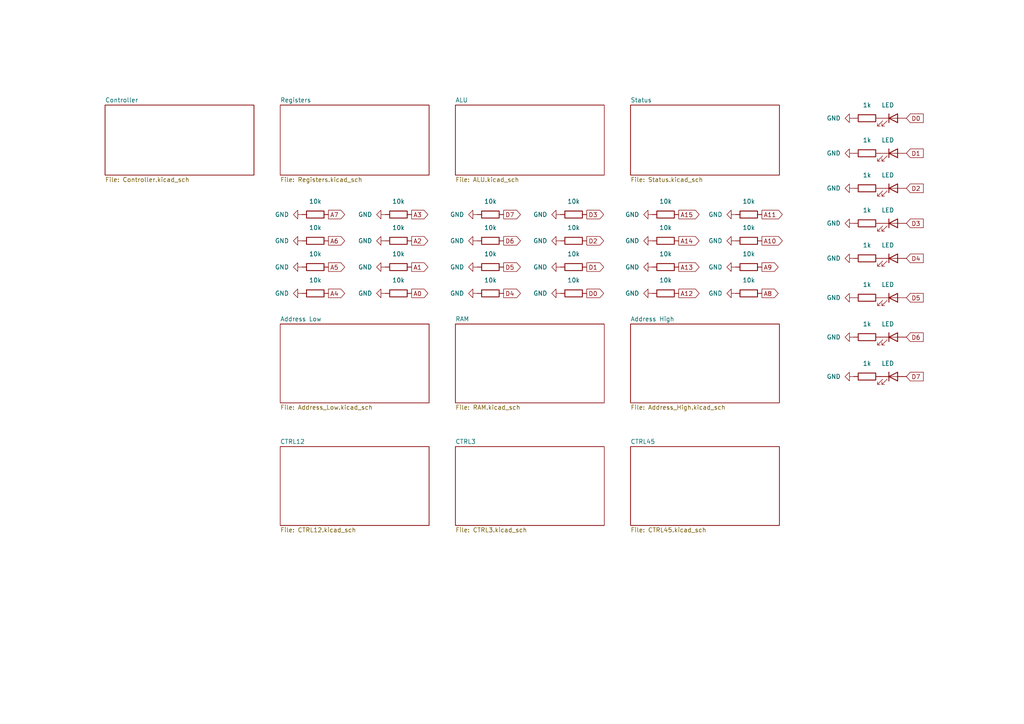
<source format=kicad_sch>
(kicad_sch (version 20211123) (generator eeschema)
  (paper "A4")
  (lib_symbols
    (symbol "Device:LED" (pin_numbers hide) (pin_names (offset 1.016) hide)
      (property "Reference" "D" (at 0 2.54 0))
      (property "Value" "LED" (at 0 -2.54 0))
      (symbol "LED_0_1"
        (polyline (pts (xy -1.27 -1.27) (xy -1.27 1.27)) (stroke (width 0.254)))
        (polyline (pts (xy -1.27 0) (xy 1.27 0)))
        (polyline (pts (xy 1.27 -1.27) (xy 1.27 1.27) (xy -1.27 0) (xy 1.27 -1.27)) (stroke (width 0.254)))
        (polyline (pts (xy -3.048 -0.762) (xy -4.572 -2.286) (xy -3.81 -2.286) (xy -4.572 -2.286) (xy -4.572 -1.524)))
        (polyline (pts (xy -1.778 -0.762) (xy -3.302 -2.286) (xy -2.54 -2.286) (xy -3.302 -2.286) (xy -3.302 -1.524)))
      )
      (symbol "LED_1_1"
        (pin passive line (at -3.81 0 0) (length 2.54) (name "K") (number "1"))
        (pin passive line (at 3.81 0 180) (length 2.54) (name "A") (number "2"))
      )
    )
    (symbol "Device:R" (pin_numbers hide) (pin_names (offset 0))
      (property "Reference" "R" (at 2.032 0 90))
      (property "Value" "R" (at 0 0 90))
      (symbol "R_0_1"
        (rectangle (start -1.016 -2.54) (end 1.016 2.54) (stroke (width 0.254)))
      )
      (symbol "R_1_1"
        (pin passive line (at 0 3.81 270) (length 1.27) (name "~") (number "1"))
        (pin passive line (at 0 -3.81 90) (length 1.27) (name "~") (number "2"))
      )
    )
    (symbol "power:GND" (power) (pin_names (offset 0))
      (property "Value" "GND" (at 0 -3.81 0))
      (symbol "GND_0_1"
        (polyline (pts (xy 0 0) (xy 0 -1.27) (xy 1.27 -1.27) (xy 0 -2.54) (xy -1.27 -1.27) (xy 0 -1.27)))
      )
      (symbol "GND_1_1"
        (pin power_in line (at 0 0 270) (length 0) hide (name "GND") (number "1"))
      )
    )
  )
  (global_label "D2" (shape output) (at 170.18 69.85 0) (property "Intersheet References" "${INTERSHEET_REFS}" (effects hide)))
  (global_label "D6" (shape input) (at 262.89 97.79 0) (property "Intersheet References" "${INTERSHEET_REFS}" (effects hide)))
  (global_label "A12" (shape output) (at 196.85 85.09 0) (property "Intersheet References" "${INTERSHEET_REFS}" (effects hide)))
  (global_label "D3" (shape output) (at 170.18 62.23 0) (property "Intersheet References" "${INTERSHEET_REFS}" (effects hide)))
  (global_label "D3" (shape input) (at 262.89 64.77 0) (property "Intersheet References" "${INTERSHEET_REFS}" (effects hide)))
  (global_label "A13" (shape output) (at 196.85 77.47 0) (property "Intersheet References" "${INTERSHEET_REFS}" (effects hide)))
  (global_label "A15" (shape output) (at 196.85 62.23 0) (property "Intersheet References" "${INTERSHEET_REFS}" (effects hide)))
  (global_label "A4" (shape output) (at 95.25 85.09 0) (property "Intersheet References" "${INTERSHEET_REFS}" (effects hide)))
  (global_label "A8" (shape output) (at 220.98 85.09 0) (property "Intersheet References" "${INTERSHEET_REFS}" (effects hide)))
  (global_label "A1" (shape output) (at 119.38 77.47 0) (property "Intersheet References" "${INTERSHEET_REFS}" (effects hide)))
  (global_label "A0" (shape output) (at 119.38 85.09 0) (property "Intersheet References" "${INTERSHEET_REFS}" (effects hide)))
  (global_label "A2" (shape output) (at 119.38 69.85 0) (property "Intersheet References" "${INTERSHEET_REFS}" (effects hide)))
  (global_label "A5" (shape output) (at 95.25 77.47 0) (property "Intersheet References" "${INTERSHEET_REFS}" (effects hide)))
  (global_label "A6" (shape output) (at 95.25 69.85 0) (property "Intersheet References" "${INTERSHEET_REFS}" (effects hide)))
  (global_label "A10" (shape output) (at 220.98 69.85 0) (property "Intersheet References" "${INTERSHEET_REFS}" (effects hide)))
  (global_label "D7" (shape input) (at 262.89 109.22 0) (property "Intersheet References" "${INTERSHEET_REFS}" (effects hide)))
  (global_label "D5" (shape input) (at 262.89 86.36 0) (property "Intersheet References" "${INTERSHEET_REFS}" (effects hide)))
  (global_label "D0" (shape input) (at 262.89 34.29 0) (property "Intersheet References" "${INTERSHEET_REFS}" (effects hide)))
  (global_label "D1" (shape input) (at 262.89 44.45 0) (property "Intersheet References" "${INTERSHEET_REFS}" (effects hide)))
  (global_label "D1" (shape output) (at 170.18 77.47 0) (property "Intersheet References" "${INTERSHEET_REFS}" (effects hide)))
  (global_label "D4" (shape input) (at 262.89 74.93 0) (property "Intersheet References" "${INTERSHEET_REFS}" (effects hide)))
  (global_label "A3" (shape output) (at 119.38 62.23 0) (property "Intersheet References" "${INTERSHEET_REFS}" (effects hide)))
  (global_label "A7" (shape output) (at 95.25 62.23 0) (property "Intersheet References" "${INTERSHEET_REFS}" (effects hide)))
  (global_label "D0" (shape output) (at 170.18 85.09 0) (property "Intersheet References" "${INTERSHEET_REFS}" (effects hide)))
  (global_label "D5" (shape output) (at 146.05 77.47 0) (property "Intersheet References" "${INTERSHEET_REFS}" (effects hide)))
  (global_label "A9" (shape output) (at 220.98 77.47 0) (property "Intersheet References" "${INTERSHEET_REFS}" (effects hide)))
  (global_label "D6" (shape output) (at 146.05 69.85 0) (property "Intersheet References" "${INTERSHEET_REFS}" (effects hide)))
  (global_label "A11" (shape output) (at 220.98 62.23 0) (property "Intersheet References" "${INTERSHEET_REFS}" (effects hide)))
  (global_label "D4" (shape output) (at 146.05 85.09 0) (property "Intersheet References" "${INTERSHEET_REFS}" (effects hide)))
  (global_label "A14" (shape output) (at 196.85 69.85 0) (property "Intersheet References" "${INTERSHEET_REFS}" (effects hide)))
  (global_label "D2" (shape input) (at 262.89 54.61 0) (property "Intersheet References" "${INTERSHEET_REFS}" (effects hide)))
  (global_label "D7" (shape output) (at 146.05 62.23 0) (property "Intersheet References" "${INTERSHEET_REFS}" (effects hide)))
  (symbol (lib_id "power:GND") (at 87.63 85.09 270) (unit 1)
    (property "Reference" "#PWR0184" (effects hide))
    (property "Value" "GND" (at 83.82 85.0899 90) (effects (justify right)))
  )
  (symbol (lib_id "Device:R") (at 166.37 77.47 270) (unit 1)
    (property "Reference" "RD1" (effects hide))
    (property "Value" "10k" (at 166.37 73.66 90))
  )
  (symbol (lib_id "power:GND") (at 213.36 77.47 270) (unit 1)
    (property "Reference" "#PWR0172" (effects hide))
    (property "Value" "GND" (at 209.55 77.4699 90) (effects (justify right)))
  )
  (symbol (lib_id "power:GND") (at 138.43 77.47 270) (unit 1)
    (property "Reference" "#PWR0191" (effects hide))
    (property "Value" "GND" (at 134.62 77.4699 90) (effects (justify right)))
  )
  (symbol (lib_id "Device:R") (at 91.44 62.23 270) (unit 1)
    (property "Reference" "RA7" (effects hide))
    (property "Value" "10k" (at 91.44 58.42 90))
  )
  (symbol (lib_id "Device:R") (at 115.57 85.09 270) (unit 1)
    (property "Reference" "RA0" (effects hide))
    (property "Value" "10k" (at 115.57 81.28 90))
  )
  (symbol (lib_id "Device:R") (at 115.57 77.47 270) (unit 1)
    (property "Reference" "RA1" (effects hide))
    (property "Value" "10k" (at 115.57 73.66 90))
  )
  (symbol (lib_id "power:GND") (at 189.23 77.47 270) (unit 1)
    (property "Reference" "#PWR0177" (effects hide))
    (property "Value" "GND" (at 185.42 77.4699 90) (effects (justify right)))
  )
  (symbol (lib_id "power:GND") (at 213.36 62.23 270) (unit 1)
    (property "Reference" "#PWR0174" (effects hide))
    (property "Value" "GND" (at 209.55 62.2299 90) (effects (justify right)))
  )
  (symbol (lib_id "Device:LED") (at 259.08 44.45 0) (unit 1)
    (property "Reference" "LEDD1" (effects hide))
    (property "Value" "LED" (at 257.4925 40.64 0))
  )
  (symbol (lib_id "power:GND") (at 162.56 62.23 270) (unit 1)
    (property "Reference" "#PWR0181" (effects hide))
    (property "Value" "GND" (at 158.75 62.2299 90) (effects (justify right)))
  )
  (symbol (lib_id "Device:R") (at 251.46 64.77 270) (unit 1)
    (property "Reference" "RLD3" (effects hide))
    (property "Value" "1k" (at 251.46 60.96 90))
  )
  (symbol (lib_id "Device:R") (at 166.37 62.23 270) (unit 1)
    (property "Reference" "RD3" (effects hide))
    (property "Value" "10k" (at 166.37 58.42 90))
  )
  (symbol (lib_id "Device:R") (at 193.04 62.23 270) (unit 1)
    (property "Reference" "RA15" (effects hide))
    (property "Value" "10k" (at 193.04 58.42 90))
  )
  (symbol (lib_id "Device:R") (at 142.24 69.85 270) (unit 1)
    (property "Reference" "RD6" (effects hide))
    (property "Value" "10k" (at 142.24 66.04 90))
  )
  (symbol (lib_id "power:GND") (at 247.65 44.45 270) (unit 1)
    (property "Reference" "#PWR0143" (effects hide))
    (property "Value" "GND" (at 243.84 44.4499 90) (effects (justify right)))
  )
  (symbol (lib_id "power:GND") (at 247.65 34.29 270) (unit 1)
    (property "Reference" "#PWR0111" (effects hide))
    (property "Value" "GND" (at 243.84 34.2899 90) (effects (justify right)))
  )
  (symbol (lib_id "Device:R") (at 166.37 69.85 270) (unit 1)
    (property "Reference" "RRD2" (effects hide))
    (property "Value" "10k" (at 166.37 66.04 90))
  )
  (symbol (lib_id "Device:LED") (at 259.08 109.22 0) (unit 1)
    (property "Reference" "LEDD7" (effects hide))
    (property "Value" "LED" (at 257.4925 105.41 0))
  )
  (symbol (lib_id "Device:R") (at 217.17 62.23 270) (unit 1)
    (property "Reference" "RA11" (effects hide))
    (property "Value" "10k" (at 217.17 58.42 90))
  )
  (symbol (lib_id "power:GND") (at 247.65 109.22 270) (unit 1)
    (property "Reference" "#PWR0307" (effects hide))
    (property "Value" "GND" (at 243.84 109.2199 90) (effects (justify right)))
  )
  (symbol (lib_id "power:GND") (at 87.63 77.47 270) (unit 1)
    (property "Reference" "#PWR0188" (effects hide))
    (property "Value" "GND" (at 83.82 77.4699 90) (effects (justify right)))
  )
  (symbol (lib_id "Device:R") (at 142.24 85.09 270) (unit 1)
    (property "Reference" "RD4" (effects hide))
    (property "Value" "10k" (at 142.24 81.28 90))
  )
  (symbol (lib_id "Device:R") (at 251.46 34.29 270) (unit 1)
    (property "Reference" "RLD0" (effects hide))
    (property "Value" "1k" (at 251.46 30.48 90))
  )
  (symbol (lib_id "Device:R") (at 251.46 44.45 270) (unit 1)
    (property "Reference" "RLD1" (effects hide))
    (property "Value" "1k" (at 251.46 40.64 90))
  )
  (symbol (lib_id "power:GND") (at 111.76 77.47 270) (unit 1)
    (property "Reference" "#PWR0186" (effects hide))
    (property "Value" "GND" (at 107.95 77.4699 90) (effects (justify right)))
  )
  (symbol (lib_id "power:GND") (at 111.76 85.09 270) (unit 1)
    (property "Reference" "#PWR0185" (effects hide))
    (property "Value" "GND" (at 107.95 85.0899 90) (effects (justify right)))
  )
  (symbol (lib_id "Device:LED") (at 259.08 64.77 0) (unit 1)
    (property "Reference" "LEDD3" (effects hide))
    (property "Value" "LED" (at 257.4925 60.96 0))
  )
  (symbol (lib_id "Device:LED") (at 259.08 34.29 0) (unit 1)
    (property "Reference" "LEDD0" (effects hide))
    (property "Value" "LED" (at 257.4925 30.48 0))
  )
  (symbol (lib_id "Device:LED") (at 259.08 86.36 0) (unit 1)
    (property "Reference" "LEDD5" (effects hide))
    (property "Value" "LED" (at 257.4925 82.55 0))
  )
  (symbol (lib_id "Device:R") (at 217.17 85.09 270) (unit 1)
    (property "Reference" "RA8" (effects hide))
    (property "Value" "10k" (at 217.17 81.28 90))
  )
  (symbol (lib_id "Device:R") (at 142.24 62.23 270) (unit 1)
    (property "Reference" "RD7" (effects hide))
    (property "Value" "10k" (at 142.24 58.42 90))
  )
  (symbol (lib_id "power:GND") (at 138.43 85.09 270) (unit 1)
    (property "Reference" "#PWR0190" (effects hide))
    (property "Value" "GND" (at 134.62 85.0899 90) (effects (justify right)))
  )
  (symbol (lib_id "Device:LED") (at 259.08 97.79 0) (unit 1)
    (property "Reference" "LEDD6" (effects hide))
    (property "Value" "LED" (at 257.4925 93.98 0))
  )
  (symbol (lib_id "Device:R") (at 166.37 85.09 270) (unit 1)
    (property "Reference" "RD0" (effects hide))
    (property "Value" "10k" (at 166.37 81.28 90))
  )
  (symbol (lib_id "power:GND") (at 138.43 69.85 270) (unit 1)
    (property "Reference" "#PWR0183" (effects hide))
    (property "Value" "GND" (at 134.62 69.8499 90) (effects (justify right)))
  )
  (symbol (lib_id "Device:R") (at 217.17 77.47 270) (unit 1)
    (property "Reference" "RA9" (effects hide))
    (property "Value" "10k" (at 217.17 73.66 90))
  )
  (symbol (lib_id "power:GND") (at 213.36 69.85 270) (unit 1)
    (property "Reference" "#PWR0173" (effects hide))
    (property "Value" "GND" (at 209.55 69.8499 90) (effects (justify right)))
  )
  (symbol (lib_id "Device:R") (at 251.46 109.22 270) (unit 1)
    (property "Reference" "RLD7" (effects hide))
    (property "Value" "1k" (at 251.46 105.41 90))
  )
  (symbol (lib_id "Device:R") (at 251.46 74.93 270) (unit 1)
    (property "Reference" "RLD4" (effects hide))
    (property "Value" "1k" (at 251.46 71.12 90))
  )
  (symbol (lib_id "power:GND") (at 189.23 62.23 270) (unit 1)
    (property "Reference" "#PWR0179" (effects hide))
    (property "Value" "GND" (at 185.42 62.2299 90) (effects (justify right)))
  )
  (symbol (lib_id "Device:R") (at 193.04 77.47 270) (unit 1)
    (property "Reference" "RA13" (effects hide))
    (property "Value" "10k" (at 193.04 73.66 90))
  )
  (symbol (lib_id "power:GND") (at 111.76 69.85 270) (unit 1)
    (property "Reference" "#PWR0193" (effects hide))
    (property "Value" "GND" (at 107.95 69.8499 90) (effects (justify right)))
  )
  (symbol (lib_id "Device:LED") (at 259.08 54.61 0) (unit 1)
    (property "Reference" "LEDD2" (effects hide))
    (property "Value" "LED" (at 257.4925 50.8 0))
  )
  (symbol (lib_id "power:GND") (at 189.23 85.09 270) (unit 1)
    (property "Reference" "#PWR0170" (effects hide))
    (property "Value" "GND" (at 185.42 85.0899 90) (effects (justify right)))
  )
  (symbol (lib_id "power:GND") (at 189.23 69.85 270) (unit 1)
    (property "Reference" "#PWR0178" (effects hide))
    (property "Value" "GND" (at 185.42 69.8499 90) (effects (justify right)))
  )
  (symbol (lib_id "Device:R") (at 91.44 77.47 270) (unit 1)
    (property "Reference" "RA5" (effects hide))
    (property "Value" "10k" (at 91.44 73.66 90))
  )
  (symbol (lib_id "Device:LED") (at 259.08 74.93 0) (unit 1)
    (property "Reference" "LEDD4" (effects hide))
    (property "Value" "LED" (at 257.4925 71.12 0))
  )
  (symbol (lib_id "power:GND") (at 213.36 85.09 270) (unit 1)
    (property "Reference" "#PWR0171" (effects hide))
    (property "Value" "GND" (at 209.55 85.0899 90) (effects (justify right)))
  )
  (symbol (lib_id "power:GND") (at 247.65 74.93 270) (unit 1)
    (property "Reference" "#PWR0305" (effects hide))
    (property "Value" "GND" (at 243.84 74.9299 90) (effects (justify right)))
  )
  (symbol (lib_id "power:GND") (at 247.65 97.79 270) (unit 1)
    (property "Reference" "#PWR0306" (effects hide))
    (property "Value" "GND" (at 243.84 97.7899 90) (effects (justify right)))
  )
  (symbol (lib_id "Device:R") (at 91.44 69.85 270) (unit 1)
    (property "Reference" "RA6" (effects hide))
    (property "Value" "10k" (at 91.44 66.04 90))
  )
  (symbol (lib_id "Device:R") (at 115.57 69.85 270) (unit 1)
    (property "Reference" "RA2" (effects hide))
    (property "Value" "10k" (at 115.57 66.04 90))
  )
  (symbol (lib_id "Device:R") (at 193.04 85.09 270) (unit 1)
    (property "Reference" "RA12" (effects hide))
    (property "Value" "10k" (at 193.04 81.28 90))
  )
  (symbol (lib_id "power:GND") (at 162.56 69.85 270) (unit 1)
    (property "Reference" "#PWR0180" (effects hide))
    (property "Value" "GND" (at 158.75 69.8499 90) (effects (justify right)))
  )
  (symbol (lib_id "power:GND") (at 247.65 54.61 270) (unit 1)
    (property "Reference" "#PWR0268" (effects hide))
    (property "Value" "GND" (at 243.84 54.6099 90) (effects (justify right)))
  )
  (symbol (lib_id "power:GND") (at 111.76 62.23 270) (unit 1)
    (property "Reference" "#PWR0192" (effects hide))
    (property "Value" "GND" (at 107.95 62.2299 90) (effects (justify right)))
  )
  (symbol (lib_id "Device:R") (at 91.44 85.09 270) (unit 1)
    (property "Reference" "RA4" (effects hide))
    (property "Value" "10k" (at 91.44 81.28 90))
  )
  (symbol (lib_id "Device:R") (at 115.57 62.23 270) (unit 1)
    (property "Reference" "RA3" (effects hide))
    (property "Value" "10k" (at 115.57 58.42 90))
  )
  (symbol (lib_id "power:GND") (at 247.65 86.36 270) (unit 1)
    (property "Reference" "#PWR0304" (effects hide))
    (property "Value" "GND" (at 243.84 86.3599 90) (effects (justify right)))
  )
  (symbol (lib_id "power:GND") (at 247.65 64.77 270) (unit 1)
    (property "Reference" "#PWR0303" (effects hide))
    (property "Value" "GND" (at 243.84 64.7699 90) (effects (justify right)))
  )
  (symbol (lib_id "Device:R") (at 251.46 97.79 270) (unit 1)
    (property "Reference" "RLD6" (effects hide))
    (property "Value" "1k" (at 251.46 93.98 90))
  )
  (symbol (lib_id "power:GND") (at 138.43 62.23 270) (unit 1)
    (property "Reference" "#PWR0182" (effects hide))
    (property "Value" "GND" (at 134.62 62.2299 90) (effects (justify right)))
  )
  (symbol (lib_id "power:GND") (at 87.63 62.23 270) (unit 1)
    (property "Reference" "#PWR0189" (effects hide))
    (property "Value" "GND" (at 83.82 62.2299 90) (effects (justify right)))
  )
  (symbol (lib_id "power:GND") (at 162.56 85.09 270) (unit 1)
    (property "Reference" "#PWR0175" (effects hide))
    (property "Value" "GND" (at 158.75 85.0899 90) (effects (justify right)))
  )
  (symbol (lib_id "Device:R") (at 142.24 77.47 270) (unit 1)
    (property "Reference" "RD5" (effects hide))
    (property "Value" "10k" (at 142.24 73.66 90))
  )
  (symbol (lib_id "Device:R") (at 193.04 69.85 270) (unit 1)
    (property "Reference" "RA14" (effects hide))
    (property "Value" "10k" (at 193.04 66.04 90))
  )
  (symbol (lib_id "Device:R") (at 251.46 54.61 270) (unit 1)
    (property "Reference" "RLD2" (effects hide))
    (property "Value" "1k" (at 251.46 50.8 90))
  )
  (symbol (lib_id "Device:R") (at 251.46 86.36 270) (unit 1)
    (property "Reference" "RLD5" (effects hide))
    (property "Value" "1k" (at 251.46 82.55 90))
  )
  (symbol (lib_id "Device:R") (at 217.17 69.85 270) (unit 1)
    (property "Reference" "RA10" (effects hide))
    (property "Value" "10k" (at 217.17 66.04 90))
  )
  (symbol (lib_id "power:GND") (at 162.56 77.47 270) (unit 1)
    (property "Reference" "#PWR0176" (effects hide))
    (property "Value" "GND" (at 158.75 77.4699 90) (effects (justify right)))
  )
  (symbol (lib_id "power:GND") (at 87.63 69.85 270) (unit 1)
    (property "Reference" "#PWR0187" (effects hide))
    (property "Value" "GND" (at 83.82 69.8499 90) (effects (justify right)))
  )
  (sheet (at 132.08 30.48) (size 43.18 20.32) (stroke (width 0.1524))
    (property "Sheet name" "ALU" (at 132.08 29.7684 0) (effects (justify left bottom)))
    (property "Sheet file" "ALU.kicad_sch" (at 132.08 51.3846 0) (effects (justify left top)))
  )
  (sheet (at 182.88 93.98) (size 43.18 22.86) (stroke (width 0.1524))
    (property "Sheet name" "Address High" (at 182.88 93.2684 0) (effects (justify left bottom)))
    (property "Sheet file" "Address_High.kicad_sch" (at 182.88 117.4246 0) (effects (justify left top)))
  )
  (sheet (at 132.08 93.98) (size 43.18 22.86) (stroke (width 0.1524))
    (property "Sheet name" "RAM" (at 132.08 93.2684 0) (effects (justify left bottom)))
    (property "Sheet file" "RAM.kicad_sch" (at 132.08 117.4246 0) (effects (justify left top)))
  )
  (sheet (at 182.88 129.54) (size 43.18 22.86) (stroke (width 0.1524))
    (property "Sheet name" "CTRL45" (at 182.88 128.8284 0) (effects (justify left bottom)))
    (property "Sheet file" "CTRL45.kicad_sch" (at 182.88 152.9846 0) (effects (justify left top)))
  )
  (sheet (at 132.08 129.54) (size 43.18 22.86) (stroke (width 0.1524))
    (property "Sheet name" "CTRL3" (at 132.08 128.8284 0) (effects (justify left bottom)))
    (property "Sheet file" "CTRL3.kicad_sch" (at 132.08 152.9846 0) (effects (justify left top)))
  )
  (sheet (at 81.28 30.48) (size 43.18 20.32) (stroke (width 0.1524))
    (property "Sheet name" "Registers" (at 81.28 29.7684 0) (effects (justify left bottom)))
    (property "Sheet file" "Registers.kicad_sch" (at 81.28 51.3846 0) (effects (justify left top)))
  )
  (sheet (at 30.48 30.48) (size 43.18 20.32) (stroke (width 0.1524))
    (property "Sheet name" "Controller" (at 30.48 29.7684 0) (effects (justify left bottom)))
    (property "Sheet file" "Controller.kicad_sch" (at 30.48 51.3846 0) (effects (justify left top)))
  )
  (sheet (at 182.88 30.48) (size 43.18 20.32) (stroke (width 0.1524))
    (property "Sheet name" "Status" (at 182.88 29.7684 0) (effects (justify left bottom)))
    (property "Sheet file" "Status.kicad_sch" (at 182.88 51.3846 0) (effects (justify left top)))
  )
  (sheet (at 81.28 93.98) (size 43.18 22.86) (stroke (width 0.1524))
    (property "Sheet name" "Address Low" (at 81.28 93.2684 0) (effects (justify left bottom)))
    (property "Sheet file" "Address_Low.kicad_sch" (at 81.28 117.4246 0) (effects (justify left top)))
  )
  (sheet (at 81.28 129.54) (size 43.18 22.86) (stroke (width 0.1524))
    (property "Sheet name" "CTRL12" (at 81.28 128.8284 0) (effects (justify left bottom)))
    (property "Sheet file" "CTRL12.kicad_sch" (at 81.28 152.9846 0) (effects (justify left top)))
  )
)
</source>
